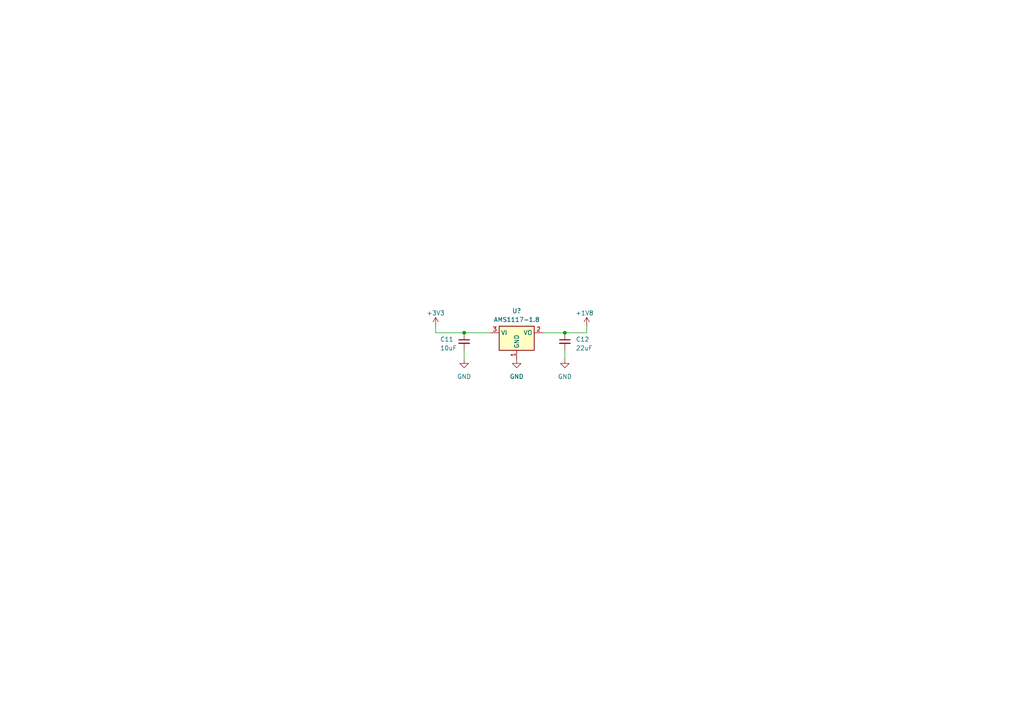
<source format=kicad_sch>
(kicad_sch (version 20230121) (generator eeschema)

  (uuid 8c0b7fd1-8b1f-46e5-a377-b2d74bfc89b2)

  (paper "A4")

  (lib_symbols
    (symbol "Device:C_Small" (pin_numbers hide) (pin_names (offset 0.254) hide) (in_bom yes) (on_board yes)
      (property "Reference" "C" (at 0.254 1.778 0)
        (effects (font (size 1.27 1.27)) (justify left))
      )
      (property "Value" "C_Small" (at 0.254 -2.032 0)
        (effects (font (size 1.27 1.27)) (justify left))
      )
      (property "Footprint" "" (at 0 0 0)
        (effects (font (size 1.27 1.27)) hide)
      )
      (property "Datasheet" "~" (at 0 0 0)
        (effects (font (size 1.27 1.27)) hide)
      )
      (property "ki_keywords" "capacitor cap" (at 0 0 0)
        (effects (font (size 1.27 1.27)) hide)
      )
      (property "ki_description" "Unpolarized capacitor, small symbol" (at 0 0 0)
        (effects (font (size 1.27 1.27)) hide)
      )
      (property "ki_fp_filters" "C_*" (at 0 0 0)
        (effects (font (size 1.27 1.27)) hide)
      )
      (symbol "C_Small_0_1"
        (polyline
          (pts
            (xy -1.524 -0.508)
            (xy 1.524 -0.508)
          )
          (stroke (width 0.3302) (type default))
          (fill (type none))
        )
        (polyline
          (pts
            (xy -1.524 0.508)
            (xy 1.524 0.508)
          )
          (stroke (width 0.3048) (type default))
          (fill (type none))
        )
      )
      (symbol "C_Small_1_1"
        (pin passive line (at 0 2.54 270) (length 2.032)
          (name "~" (effects (font (size 1.27 1.27))))
          (number "1" (effects (font (size 1.27 1.27))))
        )
        (pin passive line (at 0 -2.54 90) (length 2.032)
          (name "~" (effects (font (size 1.27 1.27))))
          (number "2" (effects (font (size 1.27 1.27))))
        )
      )
    )
    (symbol "Regulator_Linear:AMS1117-1.8" (in_bom yes) (on_board yes)
      (property "Reference" "U" (at -3.81 3.175 0)
        (effects (font (size 1.27 1.27)))
      )
      (property "Value" "AMS1117-1.8" (at 0 3.175 0)
        (effects (font (size 1.27 1.27)) (justify left))
      )
      (property "Footprint" "Package_TO_SOT_SMD:SOT-223-3_TabPin2" (at 0 5.08 0)
        (effects (font (size 1.27 1.27)) hide)
      )
      (property "Datasheet" "http://www.advanced-monolithic.com/pdf/ds1117.pdf" (at 2.54 -6.35 0)
        (effects (font (size 1.27 1.27)) hide)
      )
      (property "ki_keywords" "linear regulator ldo fixed positive" (at 0 0 0)
        (effects (font (size 1.27 1.27)) hide)
      )
      (property "ki_description" "1A Low Dropout regulator, positive, 1.8V fixed output, SOT-223" (at 0 0 0)
        (effects (font (size 1.27 1.27)) hide)
      )
      (property "ki_fp_filters" "SOT?223*TabPin2*" (at 0 0 0)
        (effects (font (size 1.27 1.27)) hide)
      )
      (symbol "AMS1117-1.8_0_1"
        (rectangle (start -5.08 -5.08) (end 5.08 1.905)
          (stroke (width 0.254) (type default))
          (fill (type background))
        )
      )
      (symbol "AMS1117-1.8_1_1"
        (pin power_in line (at 0 -7.62 90) (length 2.54)
          (name "GND" (effects (font (size 1.27 1.27))))
          (number "1" (effects (font (size 1.27 1.27))))
        )
        (pin power_out line (at 7.62 0 180) (length 2.54)
          (name "VO" (effects (font (size 1.27 1.27))))
          (number "2" (effects (font (size 1.27 1.27))))
        )
        (pin power_in line (at -7.62 0 0) (length 2.54)
          (name "VI" (effects (font (size 1.27 1.27))))
          (number "3" (effects (font (size 1.27 1.27))))
        )
      )
    )
    (symbol "power:+1V8" (power) (pin_names (offset 0)) (in_bom yes) (on_board yes)
      (property "Reference" "#PWR" (at 0 -3.81 0)
        (effects (font (size 1.27 1.27)) hide)
      )
      (property "Value" "+1V8" (at 0 3.556 0)
        (effects (font (size 1.27 1.27)))
      )
      (property "Footprint" "" (at 0 0 0)
        (effects (font (size 1.27 1.27)) hide)
      )
      (property "Datasheet" "" (at 0 0 0)
        (effects (font (size 1.27 1.27)) hide)
      )
      (property "ki_keywords" "global power" (at 0 0 0)
        (effects (font (size 1.27 1.27)) hide)
      )
      (property "ki_description" "Power symbol creates a global label with name \"+1V8\"" (at 0 0 0)
        (effects (font (size 1.27 1.27)) hide)
      )
      (symbol "+1V8_0_1"
        (polyline
          (pts
            (xy -0.762 1.27)
            (xy 0 2.54)
          )
          (stroke (width 0) (type default))
          (fill (type none))
        )
        (polyline
          (pts
            (xy 0 0)
            (xy 0 2.54)
          )
          (stroke (width 0) (type default))
          (fill (type none))
        )
        (polyline
          (pts
            (xy 0 2.54)
            (xy 0.762 1.27)
          )
          (stroke (width 0) (type default))
          (fill (type none))
        )
      )
      (symbol "+1V8_1_1"
        (pin power_in line (at 0 0 90) (length 0) hide
          (name "+1V8" (effects (font (size 1.27 1.27))))
          (number "1" (effects (font (size 1.27 1.27))))
        )
      )
    )
    (symbol "power:+3V3" (power) (pin_names (offset 0)) (in_bom yes) (on_board yes)
      (property "Reference" "#PWR" (at 0 -3.81 0)
        (effects (font (size 1.27 1.27)) hide)
      )
      (property "Value" "+3V3" (at 0 3.556 0)
        (effects (font (size 1.27 1.27)))
      )
      (property "Footprint" "" (at 0 0 0)
        (effects (font (size 1.27 1.27)) hide)
      )
      (property "Datasheet" "" (at 0 0 0)
        (effects (font (size 1.27 1.27)) hide)
      )
      (property "ki_keywords" "global power" (at 0 0 0)
        (effects (font (size 1.27 1.27)) hide)
      )
      (property "ki_description" "Power symbol creates a global label with name \"+3V3\"" (at 0 0 0)
        (effects (font (size 1.27 1.27)) hide)
      )
      (symbol "+3V3_0_1"
        (polyline
          (pts
            (xy -0.762 1.27)
            (xy 0 2.54)
          )
          (stroke (width 0) (type default))
          (fill (type none))
        )
        (polyline
          (pts
            (xy 0 0)
            (xy 0 2.54)
          )
          (stroke (width 0) (type default))
          (fill (type none))
        )
        (polyline
          (pts
            (xy 0 2.54)
            (xy 0.762 1.27)
          )
          (stroke (width 0) (type default))
          (fill (type none))
        )
      )
      (symbol "+3V3_1_1"
        (pin power_in line (at 0 0 90) (length 0) hide
          (name "+3V3" (effects (font (size 1.27 1.27))))
          (number "1" (effects (font (size 1.27 1.27))))
        )
      )
    )
    (symbol "power:GND" (power) (pin_names (offset 0)) (in_bom yes) (on_board yes)
      (property "Reference" "#PWR" (at 0 -6.35 0)
        (effects (font (size 1.27 1.27)) hide)
      )
      (property "Value" "GND" (at 0 -3.81 0)
        (effects (font (size 1.27 1.27)))
      )
      (property "Footprint" "" (at 0 0 0)
        (effects (font (size 1.27 1.27)) hide)
      )
      (property "Datasheet" "" (at 0 0 0)
        (effects (font (size 1.27 1.27)) hide)
      )
      (property "ki_keywords" "global power" (at 0 0 0)
        (effects (font (size 1.27 1.27)) hide)
      )
      (property "ki_description" "Power symbol creates a global label with name \"GND\" , ground" (at 0 0 0)
        (effects (font (size 1.27 1.27)) hide)
      )
      (symbol "GND_0_1"
        (polyline
          (pts
            (xy 0 0)
            (xy 0 -1.27)
            (xy 1.27 -1.27)
            (xy 0 -2.54)
            (xy -1.27 -1.27)
            (xy 0 -1.27)
          )
          (stroke (width 0) (type default))
          (fill (type none))
        )
      )
      (symbol "GND_1_1"
        (pin power_in line (at 0 0 270) (length 0) hide
          (name "GND" (effects (font (size 1.27 1.27))))
          (number "1" (effects (font (size 1.27 1.27))))
        )
      )
    )
  )

  (junction (at 163.83 96.52) (diameter 0) (color 0 0 0 0)
    (uuid 6c0b2514-9f2c-4c33-bb29-fb12102a0159)
  )
  (junction (at 134.62 96.52) (diameter 0) (color 0 0 0 0)
    (uuid 7fdf9a7d-08fb-4d36-93e3-31b12fefad88)
  )

  (wire (pts (xy 126.365 96.52) (xy 134.62 96.52))
    (stroke (width 0) (type default))
    (uuid 15bcb3d0-78f7-4a4d-aede-a27438bdb78c)
  )
  (wire (pts (xy 134.62 96.52) (xy 142.24 96.52))
    (stroke (width 0) (type default))
    (uuid 41f03e47-ecbd-42af-8fb2-6571a9e2cf1e)
  )
  (wire (pts (xy 134.62 104.14) (xy 134.62 101.6))
    (stroke (width 0) (type default))
    (uuid 440176c3-5967-4807-93a3-47c5e488849c)
  )
  (wire (pts (xy 126.365 94.615) (xy 126.365 96.52))
    (stroke (width 0) (type default))
    (uuid 5128328a-b77f-4d84-89e7-0953daffad2f)
  )
  (wire (pts (xy 163.83 104.14) (xy 163.83 101.6))
    (stroke (width 0) (type default))
    (uuid 688b046d-50c9-42dd-a009-4c92bc25abfa)
  )
  (wire (pts (xy 163.83 96.52) (xy 170.18 96.52))
    (stroke (width 0) (type default))
    (uuid 727fa360-dfba-41f8-9336-3d0c7aa9bea4)
  )
  (wire (pts (xy 170.18 96.52) (xy 170.18 94.615))
    (stroke (width 0) (type default))
    (uuid d80167bf-5b30-4e01-847b-41530393c9e4)
  )
  (wire (pts (xy 157.48 96.52) (xy 163.83 96.52))
    (stroke (width 0) (type default))
    (uuid e3a747d0-3e07-47b2-b73c-217b7d287e94)
  )

  (symbol (lib_id "power:GND") (at 163.83 104.14 0) (unit 1)
    (in_bom yes) (on_board yes) (dnp no) (fields_autoplaced)
    (uuid 14e73881-c3a5-4d2d-9603-618804dfed4e)
    (property "Reference" "#PWR028" (at 163.83 110.49 0)
      (effects (font (size 1.27 1.27)) hide)
    )
    (property "Value" "GND" (at 163.83 109.22 0)
      (effects (font (size 1.27 1.27)))
    )
    (property "Footprint" "" (at 163.83 104.14 0)
      (effects (font (size 1.27 1.27)) hide)
    )
    (property "Datasheet" "" (at 163.83 104.14 0)
      (effects (font (size 1.27 1.27)) hide)
    )
    (pin "1" (uuid 40f8617a-dd05-4fbd-8503-9ddfed8bf946))
    (instances
      (project "Hapty"
        (path "/6956d5b6-c4e4-494f-ad33-929668a150f2/9d7551c4-2ace-4c7d-b440-35f584b50335/e64637c3-f068-4e67-91e6-19d037a5be49"
          (reference "#PWR028") (unit 1)
        )
      )
    )
  )

  (symbol (lib_id "Device:C_Small") (at 134.62 99.06 0) (unit 1)
    (in_bom yes) (on_board yes) (dnp no)
    (uuid 480fad2c-5b28-4f41-9430-edfd056e7889)
    (property "Reference" "C11" (at 127.635 98.425 0)
      (effects (font (size 1.27 1.27)) (justify left))
    )
    (property "Value" "10uF" (at 127.635 100.965 0)
      (effects (font (size 1.27 1.27)) (justify left))
    )
    (property "Footprint" "" (at 134.62 99.06 0)
      (effects (font (size 1.27 1.27)) hide)
    )
    (property "Datasheet" "~" (at 134.62 99.06 0)
      (effects (font (size 1.27 1.27)) hide)
    )
    (pin "1" (uuid 18e70044-b82c-441e-a9af-95f3be9313bd))
    (pin "2" (uuid e6a73dc2-9ea7-48a3-b2e0-59acccdc5784))
    (instances
      (project "Hapty"
        (path "/6956d5b6-c4e4-494f-ad33-929668a150f2/9d7551c4-2ace-4c7d-b440-35f584b50335/e64637c3-f068-4e67-91e6-19d037a5be49"
          (reference "C11") (unit 1)
        )
      )
    )
  )

  (symbol (lib_id "Device:C_Small") (at 163.83 99.06 0) (unit 1)
    (in_bom yes) (on_board yes) (dnp no) (fields_autoplaced)
    (uuid 7708a480-df53-4431-b10a-23108b2b9791)
    (property "Reference" "C12" (at 167.005 98.4313 0)
      (effects (font (size 1.27 1.27)) (justify left))
    )
    (property "Value" "22uF" (at 167.005 100.9713 0)
      (effects (font (size 1.27 1.27)) (justify left))
    )
    (property "Footprint" "" (at 163.83 99.06 0)
      (effects (font (size 1.27 1.27)) hide)
    )
    (property "Datasheet" "~" (at 163.83 99.06 0)
      (effects (font (size 1.27 1.27)) hide)
    )
    (pin "1" (uuid 9a1f617a-6fd2-41e2-b8bc-b0b6a690c605))
    (pin "2" (uuid 56cf4f94-cc0f-4e4c-8281-2ecad4af022b))
    (instances
      (project "Hapty"
        (path "/6956d5b6-c4e4-494f-ad33-929668a150f2/9d7551c4-2ace-4c7d-b440-35f584b50335/e64637c3-f068-4e67-91e6-19d037a5be49"
          (reference "C12") (unit 1)
        )
      )
    )
  )

  (symbol (lib_id "power:+3V3") (at 126.365 94.615 0) (unit 1)
    (in_bom yes) (on_board yes) (dnp no) (fields_autoplaced)
    (uuid c681754b-cf61-4aff-a3f2-371cef7789f2)
    (property "Reference" "#PWR025" (at 126.365 98.425 0)
      (effects (font (size 1.27 1.27)) hide)
    )
    (property "Value" "+3V3" (at 126.365 90.805 0)
      (effects (font (size 1.27 1.27)))
    )
    (property "Footprint" "" (at 126.365 94.615 0)
      (effects (font (size 1.27 1.27)) hide)
    )
    (property "Datasheet" "" (at 126.365 94.615 0)
      (effects (font (size 1.27 1.27)) hide)
    )
    (pin "1" (uuid b1b8a6bc-7a89-4227-a899-3ae90cdb9dc1))
    (instances
      (project "Hapty"
        (path "/6956d5b6-c4e4-494f-ad33-929668a150f2/9d7551c4-2ace-4c7d-b440-35f584b50335/e64637c3-f068-4e67-91e6-19d037a5be49"
          (reference "#PWR025") (unit 1)
        )
      )
    )
  )

  (symbol (lib_id "Regulator_Linear:AMS1117-1.8") (at 149.86 96.52 0) (unit 1)
    (in_bom yes) (on_board yes) (dnp no) (fields_autoplaced)
    (uuid dad09522-49cf-4947-93f9-2301d5be8d3f)
    (property "Reference" "U?" (at 149.86 90.17 0)
      (effects (font (size 1.27 1.27)))
    )
    (property "Value" "AMS1117-1.8" (at 149.86 92.71 0)
      (effects (font (size 1.27 1.27)))
    )
    (property "Footprint" "Package_TO_SOT_SMD:SOT-223-3_TabPin2" (at 149.86 91.44 0)
      (effects (font (size 1.27 1.27)) hide)
    )
    (property "Datasheet" "http://www.advanced-monolithic.com/pdf/ds1117.pdf" (at 152.4 102.87 0)
      (effects (font (size 1.27 1.27)) hide)
    )
    (pin "1" (uuid 09686a33-71de-4ab7-b30e-0e838768777a))
    (pin "2" (uuid f179b094-cb80-4860-8ec6-1211a42a47fa))
    (pin "3" (uuid 017f56e1-979c-456d-ac5d-09d4ffd0fa81))
    (instances
      (project "Hapty"
        (path "/6956d5b6-c4e4-494f-ad33-929668a150f2/9d7551c4-2ace-4c7d-b440-35f584b50335"
          (reference "U?") (unit 1)
        )
        (path "/6956d5b6-c4e4-494f-ad33-929668a150f2/9d7551c4-2ace-4c7d-b440-35f584b50335/e64637c3-f068-4e67-91e6-19d037a5be49"
          (reference "U4") (unit 1)
        )
      )
    )
  )

  (symbol (lib_id "power:GND") (at 149.86 104.14 0) (unit 1)
    (in_bom yes) (on_board yes) (dnp no) (fields_autoplaced)
    (uuid db3efa2f-a07b-47d6-9851-1ea2fa78d091)
    (property "Reference" "#PWR027" (at 149.86 110.49 0)
      (effects (font (size 1.27 1.27)) hide)
    )
    (property "Value" "GND" (at 149.86 109.22 0)
      (effects (font (size 1.27 1.27)))
    )
    (property "Footprint" "" (at 149.86 104.14 0)
      (effects (font (size 1.27 1.27)) hide)
    )
    (property "Datasheet" "" (at 149.86 104.14 0)
      (effects (font (size 1.27 1.27)) hide)
    )
    (pin "1" (uuid 81d67751-0d68-4b4e-92aa-5d5984676577))
    (instances
      (project "Hapty"
        (path "/6956d5b6-c4e4-494f-ad33-929668a150f2/9d7551c4-2ace-4c7d-b440-35f584b50335/e64637c3-f068-4e67-91e6-19d037a5be49"
          (reference "#PWR027") (unit 1)
        )
      )
    )
  )

  (symbol (lib_id "power:GND") (at 134.62 104.14 0) (unit 1)
    (in_bom yes) (on_board yes) (dnp no) (fields_autoplaced)
    (uuid dce39ae1-912b-49d3-b0cf-ff47a26d98f2)
    (property "Reference" "#PWR026" (at 134.62 110.49 0)
      (effects (font (size 1.27 1.27)) hide)
    )
    (property "Value" "GND" (at 134.62 109.22 0)
      (effects (font (size 1.27 1.27)))
    )
    (property "Footprint" "" (at 134.62 104.14 0)
      (effects (font (size 1.27 1.27)) hide)
    )
    (property "Datasheet" "" (at 134.62 104.14 0)
      (effects (font (size 1.27 1.27)) hide)
    )
    (pin "1" (uuid 8e6db68a-49e5-48e3-8ace-8d8d482dccb0))
    (instances
      (project "Hapty"
        (path "/6956d5b6-c4e4-494f-ad33-929668a150f2/9d7551c4-2ace-4c7d-b440-35f584b50335/e64637c3-f068-4e67-91e6-19d037a5be49"
          (reference "#PWR026") (unit 1)
        )
      )
    )
  )

  (symbol (lib_id "power:+1V8") (at 170.18 94.615 0) (unit 1)
    (in_bom yes) (on_board yes) (dnp no)
    (uuid f9668861-3fd1-496e-97db-ed8fa3ef4b6f)
    (property "Reference" "#PWR029" (at 170.18 98.425 0)
      (effects (font (size 1.27 1.27)) hide)
    )
    (property "Value" "+1V8" (at 169.545 90.805 0)
      (effects (font (size 1.27 1.27)))
    )
    (property "Footprint" "" (at 170.18 94.615 0)
      (effects (font (size 1.27 1.27)) hide)
    )
    (property "Datasheet" "" (at 170.18 94.615 0)
      (effects (font (size 1.27 1.27)) hide)
    )
    (pin "1" (uuid b6d6318e-7b27-4ff0-a03e-12c35554982f))
    (instances
      (project "Hapty"
        (path "/6956d5b6-c4e4-494f-ad33-929668a150f2/9d7551c4-2ace-4c7d-b440-35f584b50335/e64637c3-f068-4e67-91e6-19d037a5be49"
          (reference "#PWR029") (unit 1)
        )
      )
    )
  )
)

</source>
